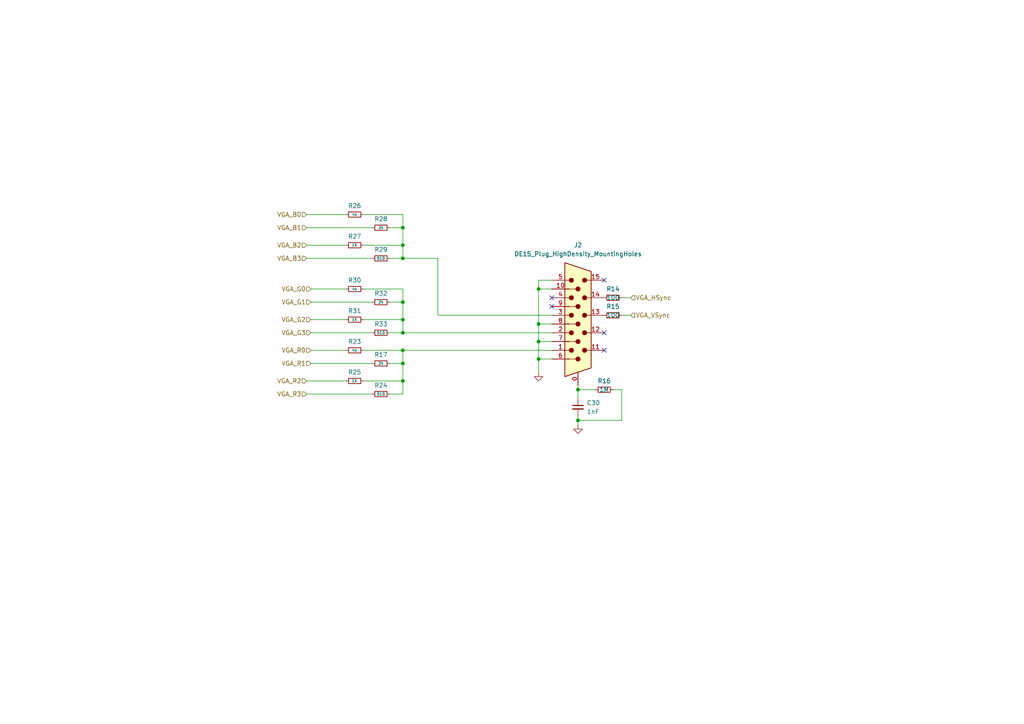
<source format=kicad_sch>
(kicad_sch (version 20230121) (generator eeschema)
  (paper "A4")
  (title_block (title "TripSitter") (date "4/20/2069") (rev "4.2.0") (company "NTNU x Nordic Semiconductor"))
  (lib_symbols
    (symbol "Connector:DE15_Plug_HighDensity_MountingHoles" (pin_names (offset 1.016) hide)
      (property "Reference" "J" (at 0 21.59 0))
      (property "Value" "DE15_Plug_HighDensity_MountingHoles" (at 0 19.05 0))
      (symbol "DE15_Plug_HighDensity_MountingHoles_0_1"
        (circle (center -1.905 -7.62) (radius 0.635) (fill (type outline)))
        (circle (center -1.905 -2.54) (radius 0.635) (fill (type outline)))
        (circle (center -1.905 2.54) (radius 0.635) (fill (type outline)))
        (circle (center -1.905 7.62) (radius 0.635) (fill (type outline)))
        (circle (center -1.905 12.7) (radius 0.635) (fill (type outline)))
        (circle (center 0 -10.16) (radius 0.635) (fill (type outline)))
        (circle (center 0 -5.08) (radius 0.635) (fill (type outline)))
        (polyline (pts (xy -3.175 -5.08) (xy -0.635 -5.08)))
        (polyline (pts (xy -0.635 -10.16) (xy -3.175 -10.16)))
        (polyline (pts (xy -0.635 0) (xy -3.175 0)))
        (polyline (pts (xy -0.635 5.08) (xy -3.175 5.08)))
        (polyline (pts (xy -0.635 10.16) (xy -3.175 10.16)))
        (polyline (pts (xy -3.81 17.78) (xy -3.81 -15.24) (xy 3.81 -12.7) (xy 3.81 15.24) (xy -3.81 17.78)) (stroke (width 0.254)) (fill (type background)))
        (circle (center 0 0) (radius 0.635) (fill (type outline)))
        (circle (center 0 5.08) (radius 0.635) (fill (type outline)))
        (circle (center 0 10.16) (radius 0.635) (fill (type outline)))
        (circle (center 1.905 -7.62) (radius 0.635) (fill (type outline)))
        (circle (center 1.905 -2.54) (radius 0.635) (fill (type outline)))
        (circle (center 1.905 2.54) (radius 0.635) (fill (type outline)))
        (circle (center 1.905 7.62) (radius 0.635) (fill (type outline)))
        (circle (center 1.905 12.7) (radius 0.635) (fill (type outline)))
      )
      (symbol "DE15_Plug_HighDensity_MountingHoles_1_1"
        (pin passive line (at 0 -17.78 90) (length 3.81) (name "~") (number "0"))
        (pin passive line (at -7.62 -7.62 0) (length 5.08) (name "~") (number "1"))
        (pin passive line (at -7.62 10.16 0) (length 5.08) (name "~") (number "10"))
        (pin passive line (at 7.62 -7.62 180) (length 5.08) (name "~") (number "11"))
        (pin passive line (at 7.62 -2.54 180) (length 5.08) (name "~") (number "12"))
        (pin passive line (at 7.62 2.54 180) (length 5.08) (name "~") (number "13"))
        (pin passive line (at 7.62 7.62 180) (length 5.08) (name "~") (number "14"))
        (pin passive line (at 7.62 12.7 180) (length 5.08) (name "~") (number "15"))
        (pin passive line (at -7.62 -2.54 0) (length 5.08) (name "~") (number "2"))
        (pin passive line (at -7.62 2.54 0) (length 5.08) (name "~") (number "3"))
        (pin passive line (at -7.62 7.62 0) (length 5.08) (name "~") (number "4"))
        (pin passive line (at -7.62 12.7 0) (length 5.08) (name "~") (number "5"))
        (pin passive line (at -7.62 -10.16 0) (length 5.08) (name "~") (number "6"))
        (pin passive line (at -7.62 -5.08 0) (length 5.08) (name "~") (number "7"))
        (pin passive line (at -7.62 0 0) (length 5.08) (name "~") (number "8"))
        (pin passive line (at -7.62 5.08 0) (length 5.08) (name "~") (number "9"))
      )
    )
    (symbol "Device:C_Small" (pin_numbers hide) (pin_names (offset 0.254) hide)
      (property "Reference" "C" (at 0.254 1.778 0))
      (property "Value" "C_Small" (at 0.254 -2.032 0))
      (symbol "C_Small_0_1"
        (polyline (pts (xy -1.524 -0.508) (xy 1.524 -0.508)) (stroke (width 0.3302)))
        (polyline (pts (xy -1.524 0.508) (xy 1.524 0.508)) (stroke (width 0.3048)))
      )
      (symbol "C_Small_1_1"
        (pin passive line (at 0 2.54 270) (length 2.032) (name "~") (number "1"))
        (pin passive line (at 0 -2.54 90) (length 2.032) (name "~") (number "2"))
      )
    )
    (symbol "Device:R_Small" (pin_numbers hide) (pin_names (offset 0.254) hide)
      (property "Reference" "R" (at 0.762 0.508 0))
      (property "Value" "R_Small" (at 0.762 -1.016 0))
      (symbol "R_Small_0_1"
        (rectangle (start -0.762 1.778) (end 0.762 -1.778) (stroke (width 0.2032)))
      )
      (symbol "R_Small_1_1"
        (pin passive line (at 0 2.54 270) (length 0.762) (name "~") (number "1"))
        (pin passive line (at 0 -2.54 90) (length 0.762) (name "~") (number "2"))
      )
    )
    (symbol "power:GND" (power) (pin_names (offset 0))
      (property "Value" "GND" (at 0 -3.81 0))
      (symbol "GND_0_1"
        (polyline (pts (xy 0 0) (xy 0 -1.27) (xy 1.27 -1.27) (xy 0 -2.54) (xy -1.27 -1.27) (xy 0 -1.27)))
      )
      (symbol "GND_1_1"
        (pin power_in line (at 0 0 270) (length 0) hide (name "GND") (number "1"))
      )
    )
  )
  (junction (at 156.21 104.14))
  (junction (at 116.84 66.04))
  (junction (at 116.84 92.71))
  (junction (at 116.84 96.52))
  (junction (at 167.64 113.03))
  (junction (at 116.84 101.6))
  (junction (at 156.21 99.06))
  (junction (at 116.84 87.63))
  (junction (at 156.21 93.98))
  (junction (at 116.84 71.12))
  (junction (at 156.21 83.82))
  (junction (at 116.84 110.49))
  (junction (at 167.64 121.92))
  (junction (at 116.84 105.41))
  (junction (at 116.84 74.93))
  (no_connect (at 175.26 96.52))
  (no_connect (at 160.02 88.9))
  (no_connect (at 175.26 101.6))
  (no_connect (at 160.02 86.36))
  (no_connect (at 175.26 81.28))
  (wire (pts (xy 167.64 113.03) (xy 167.64 115.57)))
  (wire (pts (xy 105.41 101.6) (xy 116.84 101.6)))
  (wire (pts (xy 116.84 96.52) (xy 113.03 96.52)))
  (wire (pts (xy 88.9 71.12) (xy 100.33 71.12)))
  (wire (pts (xy 156.21 83.82) (xy 156.21 93.98)))
  (wire (pts (xy 127 74.93) (xy 116.84 74.93)))
  (wire (pts (xy 160.02 96.52) (xy 116.84 96.52)))
  (wire (pts (xy 156.21 104.14) (xy 160.02 104.14)))
  (wire (pts (xy 116.84 110.49) (xy 116.84 114.3)))
  (wire (pts (xy 160.02 91.44) (xy 127 91.44)))
  (wire (pts (xy 105.41 92.71) (xy 116.84 92.71)))
  (wire (pts (xy 90.17 96.52) (xy 107.95 96.52)))
  (wire (pts (xy 180.34 91.44) (xy 182.88 91.44)))
  (wire (pts (xy 90.17 92.71) (xy 100.33 92.71)))
  (wire (pts (xy 180.34 121.92) (xy 167.64 121.92)))
  (wire (pts (xy 88.9 62.23) (xy 100.33 62.23)))
  (wire (pts (xy 167.64 121.92) (xy 167.64 123.19)))
  (wire (pts (xy 113.03 105.41) (xy 116.84 105.41)))
  (wire (pts (xy 113.03 87.63) (xy 116.84 87.63)))
  (wire (pts (xy 156.21 104.14) (xy 156.21 107.95)))
  (wire (pts (xy 167.64 121.92) (xy 167.64 120.65)))
  (wire (pts (xy 167.64 111.76) (xy 167.64 113.03)))
  (wire (pts (xy 116.84 74.93) (xy 113.03 74.93)))
  (wire (pts (xy 105.41 62.23) (xy 116.84 62.23)))
  (wire (pts (xy 177.8 113.03) (xy 180.34 113.03)))
  (wire (pts (xy 180.34 113.03) (xy 180.34 121.92)))
  (wire (pts (xy 156.21 93.98) (xy 156.21 99.06)))
  (wire (pts (xy 105.41 83.82) (xy 116.84 83.82)))
  (wire (pts (xy 127 91.44) (xy 127 74.93)))
  (wire (pts (xy 156.21 99.06) (xy 156.21 104.14)))
  (wire (pts (xy 105.41 71.12) (xy 116.84 71.12)))
  (wire (pts (xy 113.03 66.04) (xy 116.84 66.04)))
  (wire (pts (xy 116.84 87.63) (xy 116.84 92.71)))
  (wire (pts (xy 90.17 87.63) (xy 107.95 87.63)))
  (wire (pts (xy 116.84 101.6) (xy 116.84 105.41)))
  (wire (pts (xy 88.9 66.04) (xy 107.95 66.04)))
  (wire (pts (xy 116.84 92.71) (xy 116.84 96.52)))
  (wire (pts (xy 116.84 101.6) (xy 160.02 101.6)))
  (wire (pts (xy 116.84 62.23) (xy 116.84 66.04)))
  (wire (pts (xy 90.17 83.82) (xy 100.33 83.82)))
  (wire (pts (xy 160.02 81.28) (xy 156.21 81.28)))
  (wire (pts (xy 156.21 93.98) (xy 160.02 93.98)))
  (wire (pts (xy 180.34 86.36) (xy 182.88 86.36)))
  (wire (pts (xy 116.84 71.12) (xy 116.84 74.93)))
  (wire (pts (xy 88.9 110.49) (xy 100.33 110.49)))
  (wire (pts (xy 156.21 99.06) (xy 160.02 99.06)))
  (wire (pts (xy 156.21 83.82) (xy 160.02 83.82)))
  (wire (pts (xy 116.84 114.3) (xy 113.03 114.3)))
  (wire (pts (xy 167.64 113.03) (xy 172.72 113.03)))
  (wire (pts (xy 116.84 66.04) (xy 116.84 71.12)))
  (wire (pts (xy 88.9 74.93) (xy 107.95 74.93)))
  (wire (pts (xy 90.17 101.6) (xy 100.33 101.6)))
  (wire (pts (xy 88.9 114.3) (xy 107.95 114.3)))
  (wire (pts (xy 156.21 81.28) (xy 156.21 83.82)))
  (wire (pts (xy 90.17 105.41) (xy 107.95 105.41)))
  (wire (pts (xy 116.84 105.41) (xy 116.84 110.49)))
  (wire (pts (xy 116.84 83.82) (xy 116.84 87.63)))
  (wire (pts (xy 105.41 110.49) (xy 116.84 110.49)))
  (hierarchical_label "VGA_R1" (shape input) (at 90.17 105.41 180))
  (hierarchical_label "VGA_B0" (shape input) (at 88.9 62.23 180))
  (hierarchical_label "VGA_R2" (shape input) (at 88.9 110.49 180))
  (hierarchical_label "VGA_HSync" (shape input) (at 182.88 86.36 0))
  (hierarchical_label "VGA_G2" (shape input) (at 90.17 92.71 180))
  (hierarchical_label "VGA_R0" (shape input) (at 90.17 101.6 180))
  (hierarchical_label "VGA_G0" (shape input) (at 90.17 83.82 180))
  (hierarchical_label "VGA_G1" (shape input) (at 90.17 87.63 180))
  (hierarchical_label "VGA_G3" (shape input) (at 90.17 96.52 180))
  (hierarchical_label "VGA_VSync" (shape input) (at 182.88 91.44 0))
  (hierarchical_label "VGA_B2" (shape input) (at 88.9 71.12 180))
  (hierarchical_label "VGA_B3" (shape input) (at 88.9 74.93 180))
  (hierarchical_label "VGA_R3" (shape input) (at 88.9 114.3 180))
  (hierarchical_label "VGA_B1" (shape input) (at 88.9 66.04 180))
  (symbol (lib_id "power:GND") (at 156.21 107.95 0) (unit 1)
    (property "Reference" "#PWR032" (effects hide))
    (property "Value" "GND" (effects hide))
    (instances (project "VGA" (path "" (reference "#PWR032") (unit 1))) (project "TripSitter" (path "" (reference "#PWR054") (unit 1))) (project "RayTracingPCB" (path "" (reference "#PWR032") (unit 1))))
  )
  (symbol (lib_id "Device:R_Small") (at 102.87 110.49 90) (unit 1)
    (property "Reference" "R25" (at 102.87 107.95 90))
    (property "Value" "1K" (at 102.87 110.49 90) (effects (font (size 0.8 0.8))))
    (property "Footprint" "Resistor_SMD:R_0402_1005Metric_Pad0.72x0.64mm_HandSolder" (effects hide))
    (instances (project "VGA" (path "" (reference "R25") (unit 1))) (project "TripSitter" (path "" (reference "R9") (unit 1))) (project "RayTracingPCB" (path "" (reference "R25") (unit 1))))
  )
  (symbol (lib_id "Device:R_Small") (at 110.49 66.04 90) (unit 1)
    (property "Reference" "R28" (at 110.49 63.5 90))
    (property "Value" "2k" (at 110.49 66.04 90) (effects (font (size 0.8 0.8))))
    (property "Footprint" "Resistor_SMD:R_0402_1005Metric_Pad0.72x0.64mm_HandSolder" (effects hide))
    (instances (project "VGA" (path "" (reference "R28") (unit 1))) (project "TripSitter" (path "" (reference "R10") (unit 1))) (project "RayTracingPCB" (path "" (reference "R28") (unit 1))))
  )
  (symbol (lib_id "Device:R_Small") (at 102.87 83.82 90) (unit 1)
    (property "Reference" "R30" (at 102.87 81.28 90))
    (property "Value" "4k" (at 102.87 83.82 90) (effects (font (size 0.8 0.8))))
    (property "Footprint" "Resistor_SMD:R_0402_1005Metric_Pad0.72x0.64mm_HandSolder" (effects hide))
    (instances (project "VGA" (path "" (reference "R30") (unit 1))) (project "TripSitter" (path "" (reference "R6") (unit 1))) (project "RayTracingPCB" (path "" (reference "R30") (unit 1))))
  )
  (symbol (lib_id "Device:R_Small") (at 102.87 92.71 90) (unit 1)
    (property "Reference" "R31" (at 102.87 90.17 90))
    (property "Value" "1K" (at 102.87 92.71 90) (effects (font (size 0.8 0.8))))
    (property "Footprint" "Resistor_SMD:R_0402_1005Metric_Pad0.72x0.64mm_HandSolder" (effects hide))
    (instances (project "VGA" (path "" (reference "R31") (unit 1))) (project "TripSitter" (path "" (reference "R7") (unit 1))) (project "RayTracingPCB" (path "" (reference "R31") (unit 1))))
  )
  (symbol (lib_id "Device:R_Small") (at 175.26 113.03 90) (unit 1)
    (property "Reference" "R16" (at 175.26 110.49 90))
    (property "Value" "1M" (at 175.26 113.03 90))
    (property "Footprint" "Resistor_SMD:R_1206_3216Metric_Pad1.30x1.75mm_HandSolder" (effects hide))
  )
  (symbol (lib_id "Device:C_Small") (at 167.64 118.11 0) (unit 1)
    (property "Reference" "C30" (at 170.18 116.8463 0) (effects (justify left)))
    (property "Value" "1nF" (at 170.18 119.3863 0) (effects (justify left)))
    (property "Footprint" "Capacitor_SMD:C_0603_1608Metric_Pad1.08x0.95mm_HandSolder" (effects hide))
    (instances (project "VGA" (path "" (reference "C30") (unit 1))) (project "TripSitter" (path "" (reference "C98") (unit 1))) (project "RayTracingPCB" (path "" (reference "C30") (unit 1))))
  )
  (symbol (lib_id "Device:R_Small") (at 177.8 91.44 90) (unit 1)
    (property "Reference" "R15" (at 177.8 88.9 90))
    (property "Value" "100" (at 177.8 91.44 90))
    (property "Footprint" "Resistor_SMD:R_0201_0603Metric_Pad0.64x0.40mm_HandSolder" (effects hide))
    (instances (project "VGA" (path "" (reference "R15") (unit 1))) (project "TripSitter" (path "" (reference "R18") (unit 1))) (project "RayTracingPCB" (path "" (reference "R15") (unit 1))))
  )
  (symbol (lib_id "Device:R_Small") (at 102.87 71.12 90) (unit 1)
    (property "Reference" "R27" (at 102.87 68.58 90))
    (property "Value" "1K" (at 102.87 71.12 90) (effects (font (size 0.8 0.8))))
    (property "Footprint" "Resistor_SMD:R_0402_1005Metric_Pad0.72x0.64mm_HandSolder" (effects hide))
    (instances (project "VGA" (path "" (reference "R27") (unit 1))) (project "TripSitter" (path "" (reference "R5") (unit 1))) (project "RayTracingPCB" (path "" (reference "R27") (unit 1))))
  )
  (symbol (lib_id "power:GND") (at 167.64 123.19 0) (unit 1)
    (property "Reference" "#PWR040" (effects hide))
    (property "Value" "GND" (effects hide))
    (instances (project "VGA" (path "" (reference "#PWR040") (unit 1))) (project "TripSitter" (path "" (reference "#PWR055") (unit 1))) (project "RayTracingPCB" (path "" (reference "#PWR040") (unit 1))))
  )
  (symbol (lib_id "Device:R_Small") (at 102.87 62.23 90) (unit 1)
    (property "Reference" "R26" (at 102.87 59.69 90))
    (property "Value" "4k" (at 102.87 62.23 90) (effects (font (size 0.8 0.8))))
    (property "Footprint" "Resistor_SMD:R_0402_1005Metric_Pad0.72x0.64mm_HandSolder" (effects hide))
    (instances (project "VGA" (path "" (reference "R26") (unit 1))) (project "TripSitter" (path "" (reference "R4") (unit 1))) (project "RayTracingPCB" (path "" (reference "R26") (unit 1))))
  )
  (symbol (lib_id "Device:R_Small") (at 110.49 87.63 90) (unit 1)
    (property "Reference" "R32" (at 110.49 85.09 90))
    (property "Value" "2k" (at 110.49 87.63 90) (effects (font (size 0.8 0.8))))
    (property "Footprint" "Resistor_SMD:R_0402_1005Metric_Pad0.72x0.64mm_HandSolder" (effects hide))
    (instances (project "VGA" (path "" (reference "R32") (unit 1))) (project "TripSitter" (path "" (reference "R12") (unit 1))) (project "RayTracingPCB" (path "" (reference "R32") (unit 1))))
  )
  (symbol (lib_id "Device:R_Small") (at 177.8 86.36 90) (unit 1)
    (property "Reference" "R14" (at 177.8 83.82 90))
    (property "Value" "100" (at 177.8 86.36 90))
    (property "Footprint" "Resistor_SMD:R_0201_0603Metric_Pad0.64x0.40mm_HandSolder" (effects hide))
    (instances (project "VGA" (path "" (reference "R14") (unit 1))) (project "TripSitter" (path "" (reference "R17") (unit 1))) (project "RayTracingPCB" (path "" (reference "R14") (unit 1))))
  )
  (symbol (lib_id "Device:R_Small") (at 102.87 101.6 90) (unit 1)
    (property "Reference" "R23" (at 102.87 99.06 90))
    (property "Value" "4k" (at 102.87 101.6 90) (effects (font (size 0.8 0.8))))
    (property "Footprint" "Resistor_SMD:R_0402_1005Metric_Pad0.72x0.64mm_HandSolder" (effects hide))
    (instances (project "VGA" (path "" (reference "R23") (unit 1))) (project "TripSitter" (path "" (reference "R8") (unit 1))) (project "RayTracingPCB" (path "" (reference "R23") (unit 1))))
  )
  (symbol (lib_id "Device:R_Small") (at 110.49 74.93 90) (unit 1)
    (property "Reference" "R29" (at 110.49 72.39 90))
    (property "Value" "510" (at 110.49 74.93 90) (effects (font (size 0.8 0.8))))
    (property "Footprint" "Resistor_SMD:R_0402_1005Metric_Pad0.72x0.64mm_HandSolder" (effects hide))
    (instances (project "VGA" (path "" (reference "R29") (unit 1))) (project "TripSitter" (path "" (reference "R11") (unit 1))) (project "RayTracingPCB" (path "" (reference "R29") (unit 1))))
  )
  (symbol (lib_id "Device:R_Small") (at 110.49 105.41 90) (unit 1)
    (property "Reference" "R17" (at 110.49 102.87 90))
    (property "Value" "2k" (at 110.49 105.41 90) (effects (font (size 0.8 0.8))))
    (property "Footprint" "Resistor_SMD:R_0402_1005Metric_Pad0.72x0.64mm_HandSolder" (effects hide))
    (instances (project "VGA" (path "" (reference "R17") (unit 1))) (project "TripSitter" (path "" (reference "R14") (unit 1))) (project "RayTracingPCB" (path "" (reference "R17") (unit 1))))
  )
  (symbol (lib_id "Device:R_Small") (at 110.49 96.52 90) (unit 1)
    (property "Reference" "R33" (at 110.49 93.98 90))
    (property "Value" "510" (at 110.49 96.52 90) (effects (font (size 0.8 0.8))))
    (property "Footprint" "Resistor_SMD:R_0402_1005Metric_Pad0.72x0.64mm_HandSolder" (effects hide))
    (instances (project "VGA" (path "" (reference "R33") (unit 1))) (project "TripSitter" (path "" (reference "R13") (unit 1))) (project "RayTracingPCB" (path "" (reference "R33") (unit 1))))
  )
  (symbol (lib_id "Connector:DE15_Plug_HighDensity_MountingHoles") (at 167.64 93.98 0) (unit 1)
    (property "Reference" "J2" (at 167.64 71.12 0))
    (property "Value" "DE15_Plug_HighDensity_MountingHoles" (at 167.64 73.66 0))
    (property "Footprint" "Connector_Dsub:DSUB-15-HD_Female_Horizontal_P2.29x1.98mm_EdgePinOffset3.03mm_Housed_MountingHolesOffset4.94mm" (effects hide))
    (property "Datasheet" " ~" (effects hide))
  )
  (symbol (lib_id "Device:R_Small") (at 110.49 114.3 90) (unit 1)
    (property "Reference" "R24" (at 110.49 111.76 90))
    (property "Value" "510" (at 110.49 114.3 90) (effects (font (size 0.8 0.8))))
    (property "Footprint" "Resistor_SMD:R_0402_1005Metric_Pad0.72x0.64mm_HandSolder" (effects hide))
    (instances (project "VGA" (path "" (reference "R24") (unit 1))) (project "TripSitter" (path "" (reference "R15") (unit 1))) (project "RayTracingPCB" (path "" (reference "R24") (unit 1))))
  )
)
</source>
